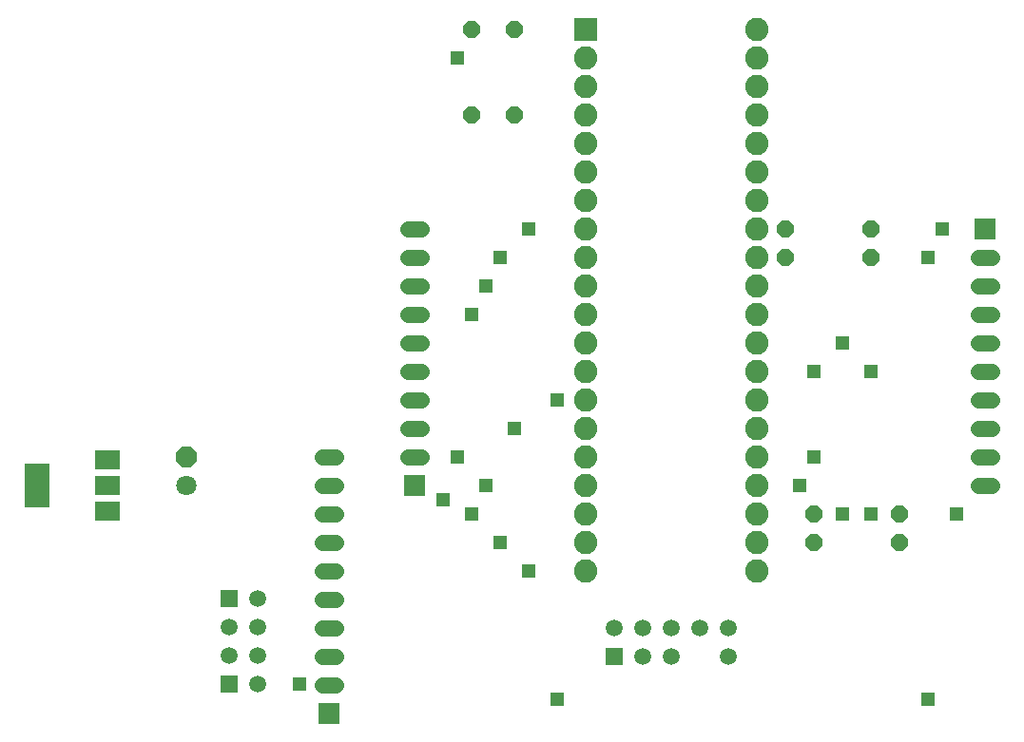
<source format=gbs>
G75*
%MOIN*%
%OFA0B0*%
%FSLAX25Y25*%
%IPPOS*%
%LPD*%
%AMOC8*
5,1,8,0,0,1.08239X$1,22.5*
%
%ADD10R,0.08200X0.08200*%
%ADD11C,0.08200*%
%ADD12R,0.07800X0.07800*%
%ADD13C,0.05556*%
%ADD14C,0.05950*%
%ADD15R,0.05950X0.05950*%
%ADD16R,0.08700X0.06700*%
%ADD17R,0.08700X0.15800*%
%ADD18C,0.07100*%
%ADD19OC8,0.07100*%
%ADD20OC8,0.06000*%
%ADD21R,0.04762X0.04762*%
D10*
X0221000Y0261000D03*
D11*
X0221000Y0251000D03*
X0221000Y0241000D03*
X0221000Y0231000D03*
X0221000Y0221000D03*
X0221000Y0211000D03*
X0221000Y0201000D03*
X0221000Y0191000D03*
X0221000Y0181000D03*
X0221000Y0171000D03*
X0221000Y0161000D03*
X0221000Y0151000D03*
X0221000Y0141000D03*
X0221000Y0131000D03*
X0221000Y0121000D03*
X0221000Y0111000D03*
X0221000Y0101000D03*
X0221000Y0091000D03*
X0221000Y0081000D03*
X0221000Y0071000D03*
X0281000Y0071000D03*
X0281000Y0081000D03*
X0281000Y0091000D03*
X0281000Y0101000D03*
X0281000Y0111000D03*
X0281000Y0121000D03*
X0281000Y0131000D03*
X0281000Y0141000D03*
X0281000Y0151000D03*
X0281000Y0161000D03*
X0281000Y0171000D03*
X0281000Y0181000D03*
X0281000Y0191000D03*
X0281000Y0201000D03*
X0281000Y0211000D03*
X0281000Y0221000D03*
X0281000Y0231000D03*
X0281000Y0241000D03*
X0281000Y0251000D03*
X0281000Y0261000D03*
D12*
X0361000Y0191000D03*
X0161000Y0101000D03*
X0131000Y0021000D03*
D13*
X0128622Y0031000D02*
X0133378Y0031000D01*
X0133378Y0041000D02*
X0128622Y0041000D01*
X0128622Y0051000D02*
X0133378Y0051000D01*
X0133378Y0061000D02*
X0128622Y0061000D01*
X0128622Y0071000D02*
X0133378Y0071000D01*
X0133378Y0081000D02*
X0128622Y0081000D01*
X0128622Y0091000D02*
X0133378Y0091000D01*
X0133378Y0101000D02*
X0128622Y0101000D01*
X0128622Y0111000D02*
X0133378Y0111000D01*
X0158622Y0111000D02*
X0163378Y0111000D01*
X0163378Y0121000D02*
X0158622Y0121000D01*
X0158622Y0131000D02*
X0163378Y0131000D01*
X0163378Y0141000D02*
X0158622Y0141000D01*
X0158622Y0151000D02*
X0163378Y0151000D01*
X0163378Y0161000D02*
X0158622Y0161000D01*
X0158622Y0171000D02*
X0163378Y0171000D01*
X0163378Y0181000D02*
X0158622Y0181000D01*
X0158622Y0191000D02*
X0163378Y0191000D01*
X0358622Y0181000D02*
X0363378Y0181000D01*
X0363378Y0171000D02*
X0358622Y0171000D01*
X0358622Y0161000D02*
X0363378Y0161000D01*
X0363378Y0151000D02*
X0358622Y0151000D01*
X0358622Y0141000D02*
X0363378Y0141000D01*
X0363378Y0131000D02*
X0358622Y0131000D01*
X0358622Y0121000D02*
X0363378Y0121000D01*
X0363378Y0111000D02*
X0358622Y0111000D01*
X0358622Y0101000D02*
X0363378Y0101000D01*
D14*
X0271000Y0051000D03*
X0261000Y0051000D03*
X0251000Y0051000D03*
X0241000Y0051000D03*
X0231000Y0051000D03*
X0241000Y0041000D03*
X0251000Y0041000D03*
X0271000Y0041000D03*
X0105995Y0041197D03*
X0095995Y0041197D03*
X0105995Y0031197D03*
X0105995Y0051197D03*
X0095995Y0051197D03*
X0105995Y0061197D03*
D15*
X0095995Y0031197D03*
X0095995Y0061197D03*
X0231000Y0041000D03*
D16*
X0053400Y0091900D03*
X0053400Y0100900D03*
X0053400Y0109900D03*
D17*
X0028600Y0101000D03*
D18*
X0081000Y0101000D03*
D19*
X0081000Y0111000D03*
D20*
X0181000Y0231000D03*
X0196000Y0231000D03*
X0196000Y0261000D03*
X0181000Y0261000D03*
X0291000Y0191000D03*
X0291000Y0181000D03*
X0321000Y0181000D03*
X0321000Y0191000D03*
X0331000Y0091000D03*
X0331000Y0081000D03*
X0301000Y0081000D03*
X0301000Y0091000D03*
D21*
X0311000Y0091000D03*
X0321000Y0091000D03*
X0296000Y0101000D03*
X0301000Y0111000D03*
X0301000Y0141000D03*
X0311000Y0151000D03*
X0321000Y0141000D03*
X0341000Y0181000D03*
X0346000Y0191000D03*
X0351000Y0091000D03*
X0341000Y0026000D03*
X0211000Y0026000D03*
X0201000Y0071000D03*
X0191000Y0081000D03*
X0181000Y0091000D03*
X0171000Y0096000D03*
X0186000Y0101000D03*
X0176000Y0111000D03*
X0196000Y0121000D03*
X0211000Y0131000D03*
X0181000Y0161000D03*
X0186000Y0171000D03*
X0191000Y0181000D03*
X0201000Y0191000D03*
X0176000Y0251000D03*
X0120803Y0031197D03*
M02*

</source>
